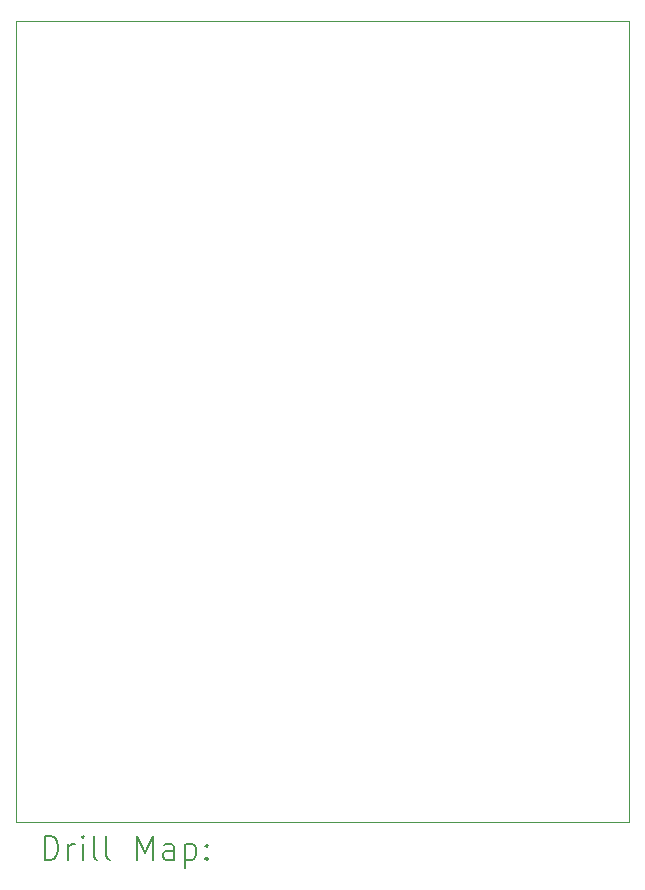
<source format=gbr>
%TF.GenerationSoftware,KiCad,Pcbnew,7.0.1*%
%TF.CreationDate,2023-06-01T10:42:50-07:00*%
%TF.ProjectId,tn_vdp_v2_board,746e5f76-6470-45f7-9632-5f626f617264,rev?*%
%TF.SameCoordinates,Original*%
%TF.FileFunction,Drillmap*%
%TF.FilePolarity,Positive*%
%FSLAX45Y45*%
G04 Gerber Fmt 4.5, Leading zero omitted, Abs format (unit mm)*
G04 Created by KiCad (PCBNEW 7.0.1) date 2023-06-01 10:42:50*
%MOMM*%
%LPD*%
G01*
G04 APERTURE LIST*
%ADD10C,0.100000*%
%ADD11C,0.200000*%
G04 APERTURE END LIST*
D10*
X18753200Y-11277600D02*
X13563600Y-11277600D01*
X13563600Y-4495800D02*
X18753200Y-4495800D01*
X18753200Y-4495800D02*
X18753200Y-11277600D01*
X13563600Y-11277600D02*
X13563600Y-4495800D01*
D11*
X13806219Y-11595124D02*
X13806219Y-11395124D01*
X13806219Y-11395124D02*
X13853838Y-11395124D01*
X13853838Y-11395124D02*
X13882409Y-11404648D01*
X13882409Y-11404648D02*
X13901457Y-11423695D01*
X13901457Y-11423695D02*
X13910981Y-11442743D01*
X13910981Y-11442743D02*
X13920505Y-11480838D01*
X13920505Y-11480838D02*
X13920505Y-11509409D01*
X13920505Y-11509409D02*
X13910981Y-11547505D01*
X13910981Y-11547505D02*
X13901457Y-11566552D01*
X13901457Y-11566552D02*
X13882409Y-11585600D01*
X13882409Y-11585600D02*
X13853838Y-11595124D01*
X13853838Y-11595124D02*
X13806219Y-11595124D01*
X14006219Y-11595124D02*
X14006219Y-11461790D01*
X14006219Y-11499886D02*
X14015743Y-11480838D01*
X14015743Y-11480838D02*
X14025267Y-11471314D01*
X14025267Y-11471314D02*
X14044314Y-11461790D01*
X14044314Y-11461790D02*
X14063362Y-11461790D01*
X14130028Y-11595124D02*
X14130028Y-11461790D01*
X14130028Y-11395124D02*
X14120505Y-11404648D01*
X14120505Y-11404648D02*
X14130028Y-11414171D01*
X14130028Y-11414171D02*
X14139552Y-11404648D01*
X14139552Y-11404648D02*
X14130028Y-11395124D01*
X14130028Y-11395124D02*
X14130028Y-11414171D01*
X14253838Y-11595124D02*
X14234790Y-11585600D01*
X14234790Y-11585600D02*
X14225267Y-11566552D01*
X14225267Y-11566552D02*
X14225267Y-11395124D01*
X14358600Y-11595124D02*
X14339552Y-11585600D01*
X14339552Y-11585600D02*
X14330028Y-11566552D01*
X14330028Y-11566552D02*
X14330028Y-11395124D01*
X14587171Y-11595124D02*
X14587171Y-11395124D01*
X14587171Y-11395124D02*
X14653838Y-11537981D01*
X14653838Y-11537981D02*
X14720505Y-11395124D01*
X14720505Y-11395124D02*
X14720505Y-11595124D01*
X14901457Y-11595124D02*
X14901457Y-11490362D01*
X14901457Y-11490362D02*
X14891933Y-11471314D01*
X14891933Y-11471314D02*
X14872886Y-11461790D01*
X14872886Y-11461790D02*
X14834790Y-11461790D01*
X14834790Y-11461790D02*
X14815743Y-11471314D01*
X14901457Y-11585600D02*
X14882409Y-11595124D01*
X14882409Y-11595124D02*
X14834790Y-11595124D01*
X14834790Y-11595124D02*
X14815743Y-11585600D01*
X14815743Y-11585600D02*
X14806219Y-11566552D01*
X14806219Y-11566552D02*
X14806219Y-11547505D01*
X14806219Y-11547505D02*
X14815743Y-11528457D01*
X14815743Y-11528457D02*
X14834790Y-11518933D01*
X14834790Y-11518933D02*
X14882409Y-11518933D01*
X14882409Y-11518933D02*
X14901457Y-11509409D01*
X14996695Y-11461790D02*
X14996695Y-11661790D01*
X14996695Y-11471314D02*
X15015743Y-11461790D01*
X15015743Y-11461790D02*
X15053838Y-11461790D01*
X15053838Y-11461790D02*
X15072886Y-11471314D01*
X15072886Y-11471314D02*
X15082409Y-11480838D01*
X15082409Y-11480838D02*
X15091933Y-11499886D01*
X15091933Y-11499886D02*
X15091933Y-11557028D01*
X15091933Y-11557028D02*
X15082409Y-11576076D01*
X15082409Y-11576076D02*
X15072886Y-11585600D01*
X15072886Y-11585600D02*
X15053838Y-11595124D01*
X15053838Y-11595124D02*
X15015743Y-11595124D01*
X15015743Y-11595124D02*
X14996695Y-11585600D01*
X15177648Y-11576076D02*
X15187171Y-11585600D01*
X15187171Y-11585600D02*
X15177648Y-11595124D01*
X15177648Y-11595124D02*
X15168124Y-11585600D01*
X15168124Y-11585600D02*
X15177648Y-11576076D01*
X15177648Y-11576076D02*
X15177648Y-11595124D01*
X15177648Y-11471314D02*
X15187171Y-11480838D01*
X15187171Y-11480838D02*
X15177648Y-11490362D01*
X15177648Y-11490362D02*
X15168124Y-11480838D01*
X15168124Y-11480838D02*
X15177648Y-11471314D01*
X15177648Y-11471314D02*
X15177648Y-11490362D01*
M02*

</source>
